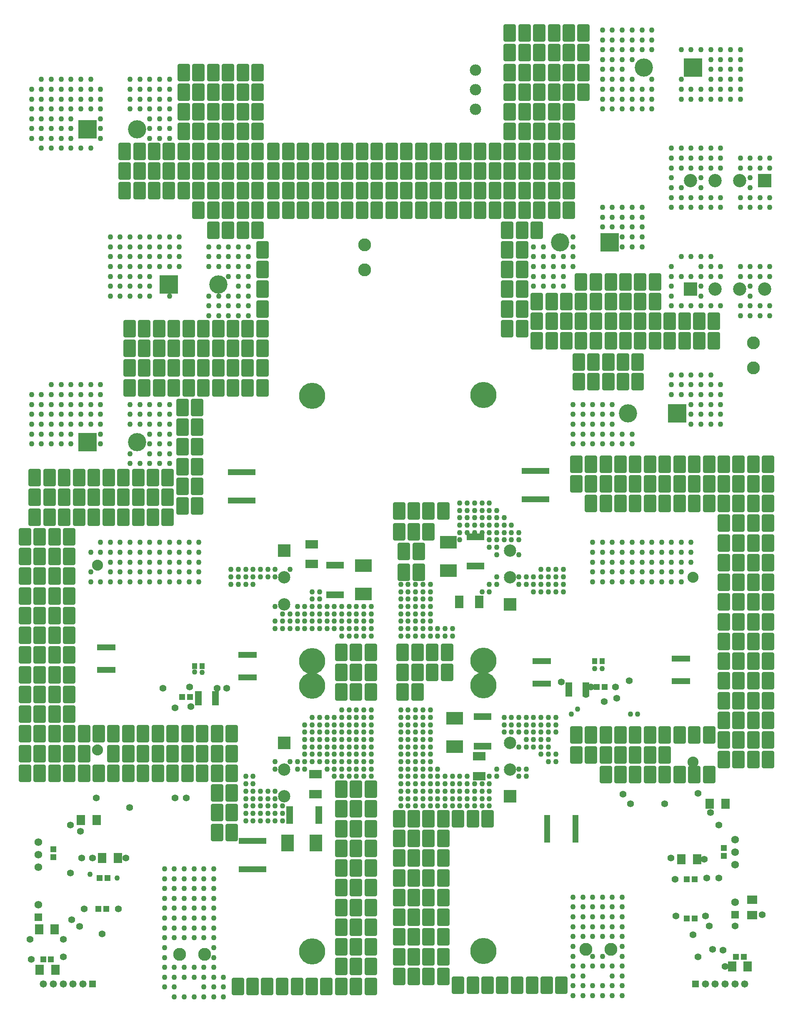
<source format=gbs>
%FSTAX23Y23*%
%MOIN*%
%SFA1B1*%

%IPPOS*%
%AMD71*
4,1,8,-0.049200,0.059100,-0.049200,-0.059100,-0.039400,-0.068900,0.039400,-0.068900,0.049200,-0.059100,0.049200,0.059100,0.039400,0.068900,-0.039400,0.068900,-0.049200,0.059100,0.0*
1,1,0.019600,-0.039400,0.059100*
1,1,0.019600,-0.039400,-0.059100*
1,1,0.019600,0.039400,-0.059100*
1,1,0.019600,0.039400,0.059100*
%
G04~CAMADD=71~8~0.0~0.0~1378.0~984.0~98.0~0.0~15~0.0~0.0~0.0~0.0~0~0.0~0.0~0.0~0.0~0~0.0~0.0~0.0~90.0~984.0~1378.0*
%ADD71D71*%
%ADD81R,0.047400X0.051300*%
%ADD82R,0.051300X0.047400*%
%ADD83R,0.053300X0.118200*%
%ADD89C,0.091000*%
%ADD91C,0.061500*%
%ADD92R,0.061500X0.061500*%
%ADD93C,0.106400*%
%ADD94R,0.106400X0.106400*%
%ADD95C,0.057900*%
%ADD96R,0.057900X0.057900*%
%ADD97R,0.098600X0.098600*%
%ADD98C,0.098600*%
%ADD99R,0.145800X0.145800*%
%ADD100C,0.145800*%
%ADD101C,0.208800*%
%ADD102C,0.088000*%
%ADD103C,0.103000*%
%ADD104C,0.043400*%
%ADD105C,0.055200*%
%ADD106R,0.132000X0.104500*%
%ADD107R,0.104500X0.132000*%
%ADD108R,0.065100X0.082800*%
%ADD109R,0.082800X0.065100*%
%ADD110R,0.067100X0.102500*%
%ADD111R,0.102500X0.067100*%
%ADD112R,0.145800X0.049300*%
%ADD113R,0.220600X0.049300*%
%ADD114R,0.049300X0.220600*%
%ADD115R,0.039500X0.049300*%
%ADD116R,0.139100X0.056400*%
%ADD117R,0.056400X0.139100*%
%LNr100.230.010.000-00_invertor-1*%
%LPD*%
G54D71*
X04537Y02421D03*
Y02263D03*
X04773D03*
X04655D03*
X04773Y02106D03*
Y02421D03*
X04655D03*
X04891D03*
Y02106D03*
X05009Y02421D03*
Y02106D03*
X05128Y02421D03*
Y02106D03*
X04891Y02263D03*
X05009D03*
X05128D03*
X05246D03*
Y02106D03*
X05364D03*
X05482D03*
X056D03*
X05246Y02421D03*
X05364D03*
X05482D03*
X056D03*
X05718Y02224D03*
X05836D03*
X05954D03*
X06072D03*
Y02381D03*
X05954D03*
X05836D03*
X05718D03*
X06072Y02539D03*
X05954D03*
X05836D03*
X05718D03*
X06072Y02696D03*
X05954D03*
X05836D03*
X05718D03*
Y03641D03*
X05836D03*
X05954D03*
X06072D03*
Y03484D03*
X05954D03*
X05836D03*
X05718D03*
X06072Y03326D03*
X05954D03*
X05836D03*
X05718D03*
Y03169D03*
X05836D03*
X05954D03*
X06072D03*
X05718Y03011D03*
X05836D03*
X05954D03*
X06072D03*
X05718Y02854D03*
X05836D03*
X05954D03*
X06072D03*
Y03799D03*
X05954D03*
X05836D03*
X05718D03*
X06072Y03956D03*
X05954D03*
X05836D03*
X05718D03*
X06072Y04114D03*
X05954D03*
X05836D03*
X05718D03*
X04655Y04271D03*
X04773D03*
X04891D03*
X05009D03*
X05128D03*
X05246D03*
X05364D03*
X05482D03*
X056D03*
X05718D03*
X05836D03*
X05954D03*
X06072D03*
X04537Y04429D03*
X04655D03*
X04773D03*
X04891D03*
X05009D03*
X05128D03*
X05246D03*
X05364D03*
X05482D03*
X056D03*
X05718D03*
X05836D03*
X05954D03*
X06072D03*
Y04586D03*
X05954D03*
X05836D03*
X05718D03*
X056D03*
X05482D03*
X05364D03*
X05246D03*
X05128D03*
X05009D03*
X04891D03*
X04773D03*
X04655D03*
X04537D03*
X05029Y05246D03*
X04911D03*
X04793D03*
X04675D03*
X04557D03*
Y05403D03*
X04675D03*
X04793D03*
X04911D03*
X05029D03*
X05639Y0557D03*
Y05728D03*
X05521Y0557D03*
Y05728D03*
X05403Y0557D03*
Y05728D03*
X05285Y0557D03*
Y05728D03*
X05167D03*
Y0557D03*
Y05885D03*
Y06043D03*
X05049Y05728D03*
Y0557D03*
Y05885D03*
Y06043D03*
X04931Y05728D03*
Y0557D03*
Y05885D03*
Y06043D03*
X04813Y05728D03*
Y0557D03*
Y05885D03*
Y06043D03*
X04694Y05728D03*
Y0557D03*
Y05885D03*
Y06043D03*
X04576D03*
Y05885D03*
X04458D03*
X04576Y0557D03*
X04458D03*
X04576Y05728D03*
X04458D03*
X0434Y05885D03*
X04222D03*
X0434Y0557D03*
X04222D03*
X0434Y05728D03*
X04222D03*
X03986Y05826D03*
X04104D03*
X03986Y05669D03*
X04104D03*
X03986Y05984D03*
X04104Y06141D03*
X03986D03*
X04104Y05984D03*
Y06299D03*
X03238Y04212D03*
X0312D03*
X03474D03*
X03356D03*
Y04045D03*
X0312D03*
X03238D03*
X03159Y03887D03*
X03277D03*
Y0372D03*
X03159D03*
X04419Y00423D03*
X04301D03*
X04183D03*
X04065D03*
X03946D03*
X03828D03*
X0371D03*
X03592D03*
X03474Y00492D03*
X03356D03*
X03238D03*
X0312D03*
X03474Y00649D03*
X03356D03*
X03238D03*
X0312D03*
X03474Y00807D03*
X03356D03*
X03238D03*
X0312D03*
X03474Y00964D03*
X03356D03*
X03238D03*
X0312D03*
X03474Y01122D03*
X03356D03*
X03238D03*
X0312D03*
X03474Y01279D03*
X03356D03*
X03238D03*
X0312D03*
X03474Y01437D03*
X03356D03*
X03238D03*
X0312D03*
X03474Y01594D03*
X03356D03*
X03238D03*
X0312D03*
Y01752D03*
X03238D03*
X03356D03*
X03474D03*
X03592D03*
X0371D03*
X03828D03*
X01948Y00413D03*
X02066D03*
X02185D03*
X0183D03*
X02657Y0057D03*
X02775D03*
X02893D03*
Y00413D03*
X02775D03*
X02657D03*
X02539D03*
X02421D03*
X02303D03*
X02657Y01043D03*
X02775D03*
X02893D03*
Y00885D03*
X02775D03*
X02657D03*
X02893Y00728D03*
X02775D03*
X02657D03*
Y01515D03*
X02775D03*
X02893D03*
Y01358D03*
X02775D03*
X02657D03*
X02893Y012D03*
X02775D03*
X02657D03*
Y01988D03*
X02775D03*
X02893D03*
Y0183D03*
X02775D03*
X02657D03*
X02893Y01673D03*
X02775D03*
X02657D03*
X03503Y0308D03*
Y02923D03*
X03385D03*
X03149Y0308D03*
X03267D03*
X03385D03*
X03267Y02923D03*
X03149D03*
X03267Y02765D03*
X03149D03*
X02657D03*
X02775D03*
X02893D03*
X02657Y02923D03*
X02775D03*
X02893D03*
Y0308D03*
X02775D03*
X02657D03*
X01781Y02431D03*
Y02273D03*
Y02116D03*
Y01958D03*
Y01801D03*
Y01643D03*
X01663D03*
Y01801D03*
Y01958D03*
Y02116D03*
Y02273D03*
Y02431D03*
X04478Y08031D03*
X04005D03*
Y07874D03*
Y07716D03*
Y07559D03*
Y07401D03*
Y07244D03*
Y07086D03*
Y06929D03*
Y06771D03*
Y06614D03*
X03986Y06456D03*
X04104D03*
X04124Y06614D03*
Y06771D03*
Y06929D03*
Y07086D03*
Y07244D03*
Y07401D03*
Y07559D03*
Y07716D03*
Y07874D03*
Y08031D03*
X04222Y06456D03*
X04242Y06614D03*
Y06771D03*
Y06929D03*
Y07086D03*
Y07244D03*
Y07401D03*
Y07559D03*
Y07716D03*
Y07874D03*
Y08031D03*
X0436Y06614D03*
Y06771D03*
Y06929D03*
Y07086D03*
Y07244D03*
Y07401D03*
Y07559D03*
Y07716D03*
Y07874D03*
Y08031D03*
X04478Y06771D03*
Y06929D03*
Y07086D03*
Y07716D03*
Y07874D03*
Y07559D03*
X04596D03*
Y07874D03*
Y07716D03*
Y08031D03*
X04478Y06614D03*
Y07244D03*
Y07401D03*
X03986Y06299D03*
X03887Y06614D03*
Y06771D03*
Y06929D03*
Y07086D03*
X03769D03*
Y06929D03*
Y06771D03*
Y06614D03*
X02942D03*
Y06771D03*
Y06929D03*
Y07086D03*
X03061D03*
Y06929D03*
Y06771D03*
Y06614D03*
X03651D03*
Y07086D03*
Y06929D03*
Y06771D03*
X03533Y07086D03*
Y06929D03*
Y06771D03*
Y06614D03*
X03415Y07086D03*
Y06929D03*
Y06771D03*
Y06614D03*
X03297Y07086D03*
Y06929D03*
Y06771D03*
Y06614D03*
X03179D03*
Y06771D03*
Y06929D03*
Y07086D03*
X02116Y06614D03*
Y06771D03*
Y06929D03*
Y07086D03*
X02234D03*
Y06929D03*
Y06771D03*
Y06614D03*
X02824D03*
Y07086D03*
Y06929D03*
Y06771D03*
X02706Y07086D03*
Y06929D03*
Y06771D03*
Y06614D03*
X02588Y07086D03*
Y06929D03*
Y06771D03*
Y06614D03*
X0247Y07086D03*
Y06929D03*
Y06771D03*
Y06614D03*
X02352D03*
Y06771D03*
Y06929D03*
Y07086D03*
X01988D03*
Y07716D03*
Y07559D03*
Y07401D03*
Y07244D03*
Y06929D03*
Y06771D03*
Y06614D03*
Y06456D03*
X0187D03*
Y06614D03*
Y06771D03*
Y06929D03*
Y07244D03*
Y07401D03*
Y07559D03*
Y07716D03*
Y07086D03*
X01633D03*
Y07716D03*
Y07559D03*
Y07401D03*
Y07244D03*
Y06929D03*
Y06771D03*
Y06614D03*
Y06456D03*
X01752D03*
Y06614D03*
Y06771D03*
Y06929D03*
Y07244D03*
Y07401D03*
Y07559D03*
Y07716D03*
Y07086D03*
X01397D03*
Y07716D03*
Y07559D03*
Y07401D03*
Y07244D03*
Y06929D03*
Y06771D03*
X01515D03*
Y06929D03*
Y07244D03*
Y07401D03*
Y07559D03*
Y07716D03*
Y07086D03*
X01279D03*
Y06929D03*
Y06771D03*
X01161D03*
Y06929D03*
Y07086D03*
X01043D03*
Y06929D03*
Y06771D03*
X00925Y07086D03*
Y06929D03*
Y06771D03*
X01515Y06614D03*
X02027Y06299D03*
Y06141D03*
Y05984D03*
Y05826D03*
Y05669D03*
Y05511D03*
Y05354D03*
Y05196D03*
X01909Y05669D03*
Y05511D03*
Y05354D03*
Y05196D03*
X01791Y05669D03*
Y05511D03*
Y05354D03*
Y05196D03*
X01673Y05669D03*
Y05511D03*
Y05354D03*
Y05196D03*
X01555Y05669D03*
Y05511D03*
Y05354D03*
Y05196D03*
X01437Y05669D03*
Y05511D03*
Y05354D03*
Y05196D03*
X01318Y05669D03*
Y05511D03*
Y05354D03*
Y05196D03*
X012Y05669D03*
Y05511D03*
Y05354D03*
Y05196D03*
X01082Y05669D03*
Y05511D03*
Y05354D03*
Y05196D03*
X00964Y05669D03*
Y05511D03*
Y05354D03*
Y05196D03*
X01505Y04566D03*
Y04724D03*
Y04881D03*
Y05039D03*
X01387D03*
Y04881D03*
Y04724D03*
Y04566D03*
Y04252D03*
Y04409D03*
X01505D03*
Y04252D03*
X01269Y04163D03*
Y0432D03*
X01151D03*
Y04163D03*
Y04478D03*
X01269D03*
X01033Y04163D03*
Y0432D03*
Y04478D03*
X00679D03*
Y0432D03*
Y04163D03*
X00915Y04478D03*
X00797D03*
Y04163D03*
Y0432D03*
X00915D03*
Y04163D03*
X00324Y04478D03*
Y0432D03*
Y04163D03*
X00561Y04478D03*
X00442D03*
Y04163D03*
Y0432D03*
X00561D03*
Y04163D03*
X00206Y04478D03*
Y0432D03*
Y04163D03*
X00246Y0369D03*
Y03848D03*
X00128D03*
Y0369D03*
Y04005D03*
X00246D03*
X00482Y03848D03*
Y0369D03*
Y04005D03*
X00364Y0369D03*
Y03848D03*
Y04005D03*
Y03533D03*
Y03376D03*
Y03218D03*
X00482Y03533D03*
Y03218D03*
Y03376D03*
X00246Y03533D03*
X00128D03*
Y03218D03*
Y03376D03*
X00246D03*
Y03218D03*
Y02273D03*
Y02431D03*
X00128D03*
Y02273D03*
Y02588D03*
X00246D03*
X00482Y02431D03*
Y02273D03*
Y02588D03*
X00364Y02273D03*
Y02431D03*
Y02588D03*
Y03061D03*
Y02903D03*
Y02746D03*
X00482Y03061D03*
Y02746D03*
Y02903D03*
X00246Y03061D03*
X00128D03*
Y02746D03*
Y02903D03*
X00246D03*
Y02746D03*
X00364Y02116D03*
X00482D03*
X00128D03*
X00246D03*
X00718D03*
X006D03*
X00954D03*
X00836D03*
Y02431D03*
Y02273D03*
X00954D03*
Y02431D03*
X006Y02273D03*
Y02431D03*
X00718D03*
X0119Y02116D03*
X01072D03*
X01427D03*
X01309D03*
Y02431D03*
Y02273D03*
X01427D03*
Y02431D03*
X01072Y02273D03*
Y02431D03*
X0119D03*
Y02273D03*
X01545Y02431D03*
Y02273D03*
Y02116D03*
G54D81*
X05878Y00649D03*
X05815D03*
X05484Y00954D03*
X05421D03*
X04765Y02805D03*
X04702D03*
X05484Y01269D03*
X05421D03*
X00273Y00629D03*
X00336D03*
X00779Y01033D03*
X00716D03*
X01385Y02726D03*
X01448D03*
X00789Y01279D03*
X00726D03*
G54D82*
X05718Y01454D03*
Y01517D03*
X00354Y01444D03*
Y01507D03*
G54D83*
X01516Y02716D03*
X01652D03*
X04615Y02785D03*
X04479D03*
G54D89*
X0373Y07734D03*
Y07578D03*
Y07422D03*
G54D91*
X05807Y01584D03*
Y01484D03*
Y01384D03*
Y01084D03*
X00236Y01565D03*
Y01465D03*
Y01365D03*
Y01065D03*
G54D92*
X05807Y00984D03*
X00236Y00965D03*
G54D93*
X05846Y0685D03*
X05649D03*
X05452D03*
X05649Y05984D03*
X05846D03*
X06043D03*
G54D94*
X06043Y0685D03*
X05452Y05984D03*
G54D95*
X00275Y00433D03*
X00354D03*
X00433D03*
X00511D03*
X0059D03*
X05886D03*
X05807D03*
X05728D03*
X05649D03*
X0557D03*
G54D96*
X00669Y00433D03*
X05492D03*
G54D97*
X04009Y03465D03*
X02202Y03894D03*
Y02359D03*
X04009Y0193D03*
G54D98*
X04009Y0368D03*
Y03894D03*
X02202Y0368D03*
Y03465D03*
Y02144D03*
Y0193D03*
X04009Y02144D03*
Y02359D03*
G54D99*
X01279Y06023D03*
X05472Y07755D03*
X04803Y06358D03*
X05344Y0499D03*
X00629Y07263D03*
Y04763D03*
G54D100*
X01673Y06023D03*
X05078Y07755D03*
X04409Y06358D03*
X0495Y0499D03*
X01023Y07263D03*
Y04763D03*
G54D101*
X03793Y02817D03*
Y00694D03*
X02423Y0069D03*
Y02814D03*
X03793Y05137D03*
Y03014D03*
X02423Y0301D03*
Y05133D03*
G54D102*
X05472Y03681D03*
Y02204D03*
X00708Y03779D03*
Y02303D03*
G54D103*
X05954Y05554D03*
Y05354D03*
X01565Y00669D03*
X01365D03*
X02844Y06138D03*
Y06338D03*
X04813Y00708D03*
X04613D03*
G54D104*
X01913Y06322D03*
Y06244D03*
Y06165D03*
Y06086D03*
Y06007D03*
Y05929D03*
Y0585D03*
Y05771D03*
X01834Y06322D03*
Y06244D03*
Y06165D03*
Y06086D03*
Y06007D03*
Y05929D03*
Y0585D03*
Y05771D03*
X01755Y06322D03*
Y06244D03*
Y06165D03*
Y06086D03*
Y05929D03*
Y0585D03*
Y05771D03*
X01677Y06322D03*
Y06244D03*
Y06165D03*
Y05929D03*
Y0585D03*
Y05771D03*
X01598Y06322D03*
Y06244D03*
Y06165D03*
Y05929D03*
Y0585D03*
Y05771D03*
X01283Y07661D03*
Y07582D03*
Y07503D03*
Y07425D03*
Y07346D03*
Y07267D03*
Y07189D03*
X01204Y07661D03*
Y07582D03*
Y07503D03*
Y07425D03*
Y07346D03*
Y07267D03*
Y07189D03*
X01126Y07661D03*
Y07582D03*
Y07503D03*
Y07425D03*
Y07346D03*
Y07267D03*
Y07189D03*
X01047Y07661D03*
Y07582D03*
Y07503D03*
Y07425D03*
X00968Y07661D03*
Y07582D03*
Y07503D03*
Y07425D03*
X01362Y06401D03*
Y06322D03*
Y06244D03*
Y06165D03*
X01283Y06401D03*
Y06322D03*
Y06244D03*
Y06165D03*
Y05929D03*
X01204Y06401D03*
Y06322D03*
Y06244D03*
Y06165D03*
X01126Y06401D03*
Y06322D03*
Y06244D03*
Y06165D03*
Y06086D03*
Y06007D03*
Y05929D03*
X01047Y06401D03*
Y06322D03*
Y06244D03*
Y06165D03*
Y06086D03*
Y06007D03*
Y05929D03*
X00968Y06401D03*
Y06322D03*
Y06244D03*
Y06165D03*
Y06086D03*
Y06007D03*
Y05929D03*
X00889Y06401D03*
Y06322D03*
Y06244D03*
Y06165D03*
Y06086D03*
Y06007D03*
Y05929D03*
X00811Y06401D03*
Y06322D03*
Y06244D03*
Y06165D03*
Y06086D03*
Y06007D03*
Y05929D03*
X00732Y07582D03*
Y07503D03*
Y07425D03*
Y07346D03*
Y07267D03*
Y07189D03*
Y0522D03*
Y05141D03*
Y05063D03*
Y04984D03*
Y04905D03*
Y04826D03*
Y04748D03*
X00653Y07661D03*
Y07582D03*
Y07503D03*
Y07425D03*
Y0711D03*
Y0522D03*
Y05141D03*
Y05063D03*
Y04984D03*
Y04905D03*
X00574Y07661D03*
Y07582D03*
Y07503D03*
Y07425D03*
Y0711D03*
Y0522D03*
Y05141D03*
Y05063D03*
Y04984D03*
Y04905D03*
X00496Y07661D03*
Y07582D03*
Y07503D03*
Y07425D03*
Y07346D03*
Y07267D03*
Y07189D03*
Y0711D03*
Y0522D03*
Y05141D03*
Y05063D03*
Y04984D03*
Y04905D03*
Y04826D03*
Y04748D03*
X00417Y07661D03*
Y07582D03*
Y07503D03*
Y07425D03*
Y07346D03*
Y07267D03*
Y07189D03*
Y0711D03*
Y0522D03*
Y05141D03*
Y05063D03*
Y04984D03*
Y04905D03*
Y04826D03*
Y04748D03*
X00338Y07661D03*
Y07582D03*
Y07503D03*
Y07425D03*
Y07346D03*
Y07267D03*
Y07189D03*
Y0711D03*
Y0522D03*
Y05141D03*
Y05063D03*
Y04984D03*
Y04905D03*
Y04826D03*
Y04748D03*
X00259Y07661D03*
Y07582D03*
Y07503D03*
Y07425D03*
Y07346D03*
Y07267D03*
Y07189D03*
Y0711D03*
Y05141D03*
Y05063D03*
Y04984D03*
Y04905D03*
Y04826D03*
Y04748D03*
X00181Y07582D03*
Y07503D03*
Y07425D03*
Y07346D03*
Y07267D03*
Y07189D03*
Y05141D03*
Y05063D03*
Y04984D03*
Y04905D03*
Y04826D03*
Y04748D03*
X00811Y03645D03*
X00968D03*
X00653Y03724D03*
X00811D03*
X00968Y03803D03*
X01126Y03724D03*
X01047D03*
X01283Y03803D03*
X00653Y03881D03*
X00732Y0396D03*
X01047Y03881D03*
X01126D03*
X01204D03*
X01362D03*
X01204Y0396D03*
X0144Y03881D03*
Y03724D03*
X01519Y0396D03*
X00968D03*
X04748Y03645D03*
X04826D03*
X04669D03*
X04748Y03724D03*
X04826D03*
X04669Y03803D03*
X04748D03*
X05141Y03645D03*
X05063D03*
X04905Y03803D03*
X05141Y03724D03*
X05063D03*
X04669Y03881D03*
X04748Y0396D03*
X04669D03*
X04905D03*
X04984Y03803D03*
X05063D03*
X0522D03*
X05063Y03881D03*
X04984Y0396D03*
X05063D03*
Y06322D03*
X0522Y0396D03*
X05299Y03724D03*
X05378Y03645D03*
X05299Y03803D03*
X05378Y03724D03*
X05299Y03881D03*
X05378Y03803D03*
X05456Y03881D03*
Y03803D03*
X05692Y04905D03*
X05614D03*
X05535Y04984D03*
X05614D03*
X05378Y0522D03*
Y05141D03*
X05456Y05063D03*
Y05141D03*
X05535Y05063D03*
X05456Y05299D03*
X05535Y05141D03*
X05692D03*
X05535Y0522D03*
X05614D03*
Y05299D03*
X04748Y0648D03*
X04826Y06559D03*
Y0648D03*
X04905Y06401D03*
Y0648D03*
X04826Y06637D03*
X04984Y06322D03*
Y06559D03*
Y06637D03*
X05063D03*
X05456D03*
X05378Y06952D03*
X05299D03*
X05456Y0711D03*
Y07031D03*
Y07582D03*
Y07503D03*
X05535Y06637D03*
Y06795D03*
X05614Y06637D03*
Y06952D03*
X05535Y07031D03*
X05614Y0711D03*
X05535Y07503D03*
X05692Y0711D03*
Y07503D03*
X05771D03*
X05535Y07582D03*
X05692Y07661D03*
X05535Y07897D03*
X05614Y07818D03*
Y07897D03*
X05692Y07818D03*
X05771Y07582D03*
Y0774D03*
X0585Y07582D03*
X05692Y07897D03*
X05771D03*
X04511Y04748D03*
Y04826D03*
X0459Y04748D03*
X04669Y04826D03*
X0459Y04984D03*
X04511Y05063D03*
X04669D03*
Y04748D03*
X04905D03*
X04826Y04905D03*
X04905Y04826D03*
X04984D03*
X04748Y05063D03*
X05378Y0585D03*
X05299Y06086D03*
X05535Y0585D03*
Y05929D03*
Y06007D03*
X04748Y07503D03*
X04826Y07425D03*
Y07503D03*
X04905Y07425D03*
X04748Y07582D03*
X04826Y07661D03*
Y0774D03*
X04748Y07818D03*
Y07897D03*
Y08055D03*
X04826D03*
X04905Y07503D03*
X04826Y07818D03*
Y07976D03*
Y07897D03*
X04905Y08055D03*
X05063Y07425D03*
X04984Y07503D03*
X05141D03*
X05535Y06165D03*
X05614D03*
X05456Y06244D03*
X05535D03*
X05378D03*
X05614D03*
X04905Y0774D03*
X04984Y07582D03*
Y07818D03*
X04905Y07897D03*
X04984D03*
Y07976D03*
X05141Y07582D03*
Y07897D03*
X05063Y07976D03*
X05141D03*
X02425Y03448D03*
X02484D03*
X02543D03*
X02425Y03566D03*
X02484D03*
X02602Y03448D03*
X02543Y03389D03*
X04685Y02952D03*
X04433Y03744D03*
Y03685D03*
Y03626D03*
Y03566D03*
X04374Y03744D03*
Y03685D03*
Y03626D03*
Y03566D03*
X04315Y03744D03*
Y03685D03*
Y03626D03*
Y03566D03*
X04255Y03744D03*
Y03685D03*
Y03626D03*
Y03566D03*
X04196Y03685D03*
Y03626D03*
Y03566D03*
X04137Y03685D03*
Y03626D03*
X04078Y03685D03*
Y03626D03*
X03901Y03685D03*
Y03626D03*
X03842D03*
Y03566D03*
X03783D03*
X04905Y01126D03*
Y01047D03*
Y00968D03*
Y00889D03*
Y00811D03*
Y00732D03*
Y00653D03*
Y00574D03*
Y00496D03*
Y00417D03*
Y00338D03*
X04826Y01126D03*
Y01047D03*
Y00968D03*
Y00889D03*
Y00811D03*
Y00574D03*
Y00496D03*
Y00417D03*
Y00338D03*
X04748Y01126D03*
Y01047D03*
Y00968D03*
Y00889D03*
Y00811D03*
Y00653D03*
Y00574D03*
Y00417D03*
Y00338D03*
X04669Y01126D03*
Y01047D03*
Y00968D03*
Y00889D03*
Y00811D03*
Y00653D03*
Y00574D03*
Y00417D03*
Y00338D03*
X0459Y01126D03*
Y01047D03*
Y00968D03*
Y00889D03*
Y00811D03*
Y00574D03*
Y00496D03*
Y00417D03*
Y00338D03*
X04511Y01126D03*
Y01047D03*
Y00968D03*
Y00889D03*
Y00811D03*
Y00732D03*
Y00653D03*
Y00574D03*
Y00496D03*
Y00417D03*
Y00338D03*
X02189Y01854D03*
Y01795D03*
Y01736D03*
X02129Y01972D03*
Y01913D03*
Y01854D03*
Y01795D03*
Y01736D03*
X0207Y01972D03*
Y01913D03*
Y01854D03*
Y01795D03*
Y01736D03*
X02011Y01972D03*
Y01913D03*
Y01854D03*
Y01795D03*
Y01736D03*
X01952Y0209D03*
Y02031D03*
Y01972D03*
Y01913D03*
Y01854D03*
Y01795D03*
Y01736D03*
X01893Y0209D03*
Y02031D03*
Y01972D03*
Y01913D03*
Y01854D03*
Y01795D03*
Y01736D03*
X03133Y01913D03*
X03192Y01854D03*
X03252D03*
X03133Y01972D03*
Y0209D03*
X03192Y01972D03*
Y01913D03*
X03133Y02326D03*
Y02444D03*
Y02385D03*
X03192Y0209D03*
Y02149D03*
X03252Y02031D03*
Y01913D03*
Y02208D03*
Y0209D03*
X03192Y02385D03*
Y02326D03*
Y02444D03*
X03252Y02326D03*
X03311Y01913D03*
Y01854D03*
X0337Y01913D03*
X03429Y01854D03*
X03252Y02149D03*
X03311Y0209D03*
Y02208D03*
X03252Y02385D03*
X0337Y02031D03*
Y01972D03*
X03429Y02149D03*
X0337Y02444D03*
X03133Y02503D03*
Y02563D03*
Y02622D03*
X03192Y02563D03*
Y02622D03*
X03133Y03212D03*
Y03271D03*
X03192Y03389D03*
Y02503D03*
X03252D03*
Y02622D03*
Y03212D03*
X03192D03*
Y0333D03*
X03252D03*
Y03271D03*
Y03389D03*
X03133Y03507D03*
Y03448D03*
Y03626D03*
Y03566D03*
X03192Y03448D03*
X03252Y03626D03*
Y03448D03*
X03311Y02563D03*
Y0333D03*
Y03271D03*
X0337Y0333D03*
X03429Y03212D03*
X0337D03*
X03252Y03507D03*
X0337Y03626D03*
X03665Y01854D03*
X03783D03*
X03488Y01913D03*
Y01972D03*
X03547Y01913D03*
X03488Y02031D03*
X03547Y01972D03*
X03488Y03212D03*
X03547Y02031D03*
Y03212D03*
X03606Y01972D03*
Y0209D03*
X03724Y02031D03*
X03488Y03271D03*
X03606Y04039D03*
Y0398D03*
X03665Y04039D03*
Y04098D03*
X03724Y04039D03*
X03665Y04216D03*
X03724Y04157D03*
X03783Y01913D03*
X03842D03*
Y02031D03*
Y01972D03*
X03783Y02031D03*
X03842Y0209D03*
X03901Y03862D03*
X03842Y0398D03*
X04078Y02149D03*
X04137Y0209D03*
X03901Y03921D03*
X0396Y0398D03*
X03783Y04098D03*
Y04039D03*
Y04216D03*
X03842D03*
Y04275D03*
X03901Y04039D03*
Y0398D03*
X0396Y04039D03*
X04078D03*
X03901Y04157D03*
Y04098D03*
X0396Y04157D03*
X04137Y02149D03*
X04078Y0209D03*
X03901Y02149D03*
Y0209D03*
X03842Y01854D03*
X03783Y01972D03*
X03724D03*
Y01913D03*
Y01854D03*
X03665Y0209D03*
Y02031D03*
Y01972D03*
Y01913D03*
X03606Y02031D03*
Y01913D03*
Y01854D03*
X03547Y0209D03*
Y01854D03*
X03488Y0209D03*
Y01854D03*
X03429Y0209D03*
Y02031D03*
Y01972D03*
Y01913D03*
X0337Y02622D03*
Y02563D03*
Y02503D03*
Y02385D03*
Y02326D03*
Y02267D03*
Y02208D03*
Y02149D03*
Y0209D03*
Y01854D03*
X03311Y02622D03*
Y02503D03*
Y02444D03*
Y02385D03*
Y02326D03*
Y02267D03*
Y02149D03*
Y02031D03*
Y01972D03*
X03252Y02563D03*
Y02444D03*
Y02267D03*
Y01972D03*
X03192Y02267D03*
Y02208D03*
Y02031D03*
X03133Y02267D03*
Y02208D03*
Y02149D03*
Y02031D03*
Y01854D03*
X03547Y03271D03*
X03429D03*
X0337Y03566D03*
Y03507D03*
Y03448D03*
Y03389D03*
Y03271D03*
X03311Y03626D03*
Y03566D03*
Y03507D03*
Y03448D03*
Y03389D03*
Y03212D03*
X03252Y03566D03*
X03192Y03626D03*
Y03566D03*
Y03507D03*
Y03271D03*
X03133Y03389D03*
Y0333D03*
X04078Y0398D03*
Y03862D03*
X04019Y04098D03*
Y04039D03*
Y0398D03*
X0396Y04098D03*
X03901Y04216D03*
X03842Y04157D03*
Y04098D03*
Y04039D03*
Y03921D03*
X03783Y04275D03*
Y04157D03*
X03724Y04275D03*
Y04216D03*
Y04098D03*
X03665Y04275D03*
Y04157D03*
X03606Y04275D03*
Y04216D03*
Y04157D03*
Y04098D03*
X01716Y00486D03*
Y00407D03*
Y00328D03*
X01637Y01352D03*
Y01273D03*
Y01194D03*
Y01116D03*
Y01037D03*
Y00958D03*
Y00879D03*
Y00801D03*
Y00722D03*
Y00643D03*
Y00565D03*
Y00486D03*
Y00407D03*
Y00328D03*
X01559Y01352D03*
Y01273D03*
Y01194D03*
Y01116D03*
Y01037D03*
Y00958D03*
Y00879D03*
Y00801D03*
Y00565D03*
Y00486D03*
Y00407D03*
Y00328D03*
X0148Y01352D03*
Y01273D03*
Y01194D03*
Y01116D03*
Y01037D03*
Y00958D03*
Y00879D03*
Y00801D03*
Y00565D03*
Y00486D03*
Y00328D03*
X01401Y01352D03*
Y01273D03*
Y01194D03*
Y01116D03*
Y01037D03*
Y00958D03*
Y00879D03*
Y00801D03*
Y00565D03*
Y00486D03*
Y00328D03*
X01322Y01352D03*
Y01273D03*
Y01194D03*
Y01116D03*
Y01037D03*
Y00958D03*
Y00879D03*
Y00801D03*
Y00565D03*
Y00486D03*
Y00407D03*
Y00328D03*
X01244Y01352D03*
Y01273D03*
Y01194D03*
Y01116D03*
Y01037D03*
Y00958D03*
Y00879D03*
Y00801D03*
Y00722D03*
Y00643D03*
Y00565D03*
Y00486D03*
Y00407D03*
X02897Y02622D03*
Y02563D03*
Y02503D03*
Y02444D03*
Y02385D03*
Y02326D03*
Y02267D03*
Y02208D03*
Y02149D03*
Y0209D03*
X02838Y02622D03*
Y02563D03*
Y02503D03*
Y02444D03*
Y02385D03*
Y02326D03*
Y02267D03*
Y02208D03*
Y02149D03*
Y0209D03*
X02779Y02622D03*
Y02563D03*
Y02503D03*
Y02444D03*
Y02385D03*
Y02326D03*
Y02267D03*
Y02208D03*
Y02149D03*
Y0209D03*
X0272Y02622D03*
Y02563D03*
Y02503D03*
Y02444D03*
Y02385D03*
Y02326D03*
Y02267D03*
Y02208D03*
Y02149D03*
Y0209D03*
X02661Y02622D03*
Y02563D03*
Y02503D03*
Y02444D03*
Y02385D03*
Y02326D03*
Y02267D03*
Y02208D03*
Y02149D03*
Y0209D03*
X02602Y02563D03*
Y02503D03*
Y02444D03*
Y02385D03*
Y02326D03*
Y02267D03*
Y02208D03*
Y02149D03*
Y0209D03*
X02543Y02563D03*
Y02503D03*
Y02444D03*
Y02385D03*
Y02326D03*
Y02267D03*
Y02208D03*
Y02149D03*
X02484Y02563D03*
Y02503D03*
Y02444D03*
Y02385D03*
Y02326D03*
Y02267D03*
Y02208D03*
X02425Y02563D03*
Y02503D03*
Y02444D03*
Y02385D03*
Y02326D03*
Y02267D03*
Y02208D03*
X02366Y02503D03*
Y02444D03*
Y02385D03*
Y02326D03*
Y02267D03*
Y02208D03*
Y02149D03*
X02307Y02208D03*
Y02149D03*
X02248Y02208D03*
X02129D03*
Y02149D03*
X00653Y03645D03*
X00732D03*
Y03881D03*
X00811Y03803D03*
Y03881D03*
Y0396D03*
X00889Y03645D03*
Y03724D03*
Y03803D03*
Y03881D03*
Y0396D03*
X00968Y03724D03*
Y03881D03*
X01047Y03645D03*
Y03803D03*
Y0396D03*
X01126Y03645D03*
Y03803D03*
Y0396D03*
X01204Y03645D03*
Y03724D03*
Y03803D03*
X01283Y03645D03*
Y03724D03*
Y03881D03*
Y0396D03*
X01362Y03645D03*
Y03724D03*
Y03803D03*
Y0396D03*
X0144Y03645D03*
Y03803D03*
Y0396D03*
X01519Y03645D03*
Y03724D03*
Y03803D03*
Y03881D03*
X04669Y03724D03*
X04748Y03881D03*
X04826Y03803D03*
Y03881D03*
Y0396D03*
X04905Y03645D03*
Y03724D03*
Y03881D03*
X04984Y03645D03*
Y03724D03*
Y03881D03*
X05141Y03803D03*
Y03881D03*
Y0396D03*
X0522Y03645D03*
Y03724D03*
Y03881D03*
X05299Y03645D03*
Y0396D03*
X05378Y03881D03*
Y0396D03*
X05456D03*
X04744Y02952D03*
X04547Y02628D03*
X04498Y02588D03*
X0497D03*
X05029D03*
X01775Y03626D03*
Y03685D03*
Y03744D03*
X01834Y03626D03*
Y03685D03*
Y03744D03*
X01893Y03626D03*
Y03685D03*
Y03744D03*
X01952Y03626D03*
Y03685D03*
Y03744D03*
X02011Y03685D03*
Y03744D03*
X0207Y03685D03*
Y03744D03*
X02129Y03685D03*
Y03744D03*
X02248D03*
X02129Y03271D03*
Y0333D03*
Y03448D03*
X02189Y03271D03*
Y0333D03*
Y03389D03*
X02248Y03271D03*
Y0333D03*
Y03389D03*
X02307Y03271D03*
Y0333D03*
Y03389D03*
Y03448D03*
X02366Y03271D03*
Y0333D03*
Y03389D03*
Y03448D03*
X02425Y03271D03*
Y0333D03*
Y03389D03*
Y03507D03*
X02484Y03271D03*
Y0333D03*
Y03389D03*
Y03507D03*
X02543Y03271D03*
Y0333D03*
X02602Y03271D03*
Y0333D03*
Y03389D03*
X02661Y03212D03*
Y03271D03*
Y0333D03*
Y03389D03*
Y03448D03*
X0272Y03212D03*
Y03271D03*
Y0333D03*
Y03389D03*
Y03448D03*
X02779Y03212D03*
Y03271D03*
Y0333D03*
Y03389D03*
Y03448D03*
X02838Y03212D03*
Y03271D03*
Y0333D03*
Y03389D03*
Y03448D03*
X02897Y03212D03*
Y03271D03*
Y0333D03*
Y03389D03*
Y03448D03*
X01485Y02924D03*
X01545Y02923D03*
X00649Y01309D03*
X00866Y01279D03*
X05378Y07503D03*
Y07582D03*
Y07661D03*
Y07897D03*
X05456D03*
X05614Y07503D03*
Y07582D03*
Y07661D03*
Y0774D03*
X05692Y07582D03*
Y0774D03*
X05771Y07661D03*
Y07818D03*
X0585Y07503D03*
Y07661D03*
Y0774D03*
Y07818D03*
Y07897D03*
X05299Y06716D03*
Y06795D03*
Y06874D03*
Y07031D03*
Y0711D03*
X05378Y06637D03*
Y06716D03*
Y06795D03*
Y07031D03*
Y0711D03*
X05456Y06716D03*
Y06952D03*
X05535Y06716D03*
Y06874D03*
Y06952D03*
Y0711D03*
X05614Y06716D03*
Y07031D03*
X05692Y06637D03*
Y06716D03*
Y06952D03*
Y07031D03*
X04748Y06559D03*
Y06637D03*
X04905Y06322D03*
Y06559D03*
Y06637D03*
X04984Y06401D03*
Y0648D03*
X05063Y06401D03*
Y0648D03*
Y06559D03*
X05299Y06637D03*
Y05141D03*
Y0522D03*
Y05299D03*
X05378D03*
X05456Y04905D03*
Y04984D03*
Y0522D03*
X05535Y04905D03*
Y05299D03*
X05614Y05063D03*
Y05141D03*
X05692Y04984D03*
Y05063D03*
Y0522D03*
X04748Y07425D03*
Y07661D03*
Y0774D03*
Y07976D03*
X04826Y07582D03*
X04905D03*
Y07661D03*
Y07818D03*
Y07976D03*
X04984Y07425D03*
Y07661D03*
Y08055D03*
X05063Y07503D03*
Y07582D03*
Y07897D03*
Y08055D03*
X05141Y07425D03*
Y07661D03*
Y08055D03*
X05299Y0585D03*
Y05929D03*
Y06007D03*
Y06165D03*
X05378Y06086D03*
X05456Y0585D03*
Y06086D03*
X05535D03*
X05614Y0585D03*
Y06086D03*
X05692Y0585D03*
Y06086D03*
Y06165D03*
X0585Y06637D03*
Y06716D03*
Y06952D03*
Y07031D03*
X05929Y06637D03*
Y06716D03*
Y06795D03*
Y06874D03*
Y06952D03*
Y07031D03*
X06007Y06637D03*
Y06716D03*
Y06952D03*
Y07031D03*
X06086Y06637D03*
Y06716D03*
Y06952D03*
Y07031D03*
X0585Y05771D03*
Y0585D03*
Y06086D03*
Y06165D03*
X05929Y05771D03*
Y0585D03*
Y05929D03*
Y06007D03*
Y06086D03*
Y06165D03*
X06007Y05771D03*
Y0585D03*
Y06086D03*
Y06165D03*
X06086Y05771D03*
Y0585D03*
Y06086D03*
Y06165D03*
X04511Y04905D03*
Y04984D03*
X0459Y04826D03*
Y04905D03*
Y05063D03*
X04669Y04905D03*
Y04984D03*
X04748Y04748D03*
Y04826D03*
Y04905D03*
Y04984D03*
X04826Y04748D03*
Y04826D03*
Y04984D03*
Y05063D03*
X04984Y04748D03*
X0396Y02444D03*
Y02503D03*
Y02563D03*
X04019Y02444D03*
Y02503D03*
Y02563D03*
X04078Y02326D03*
Y02444D03*
Y02503D03*
Y02563D03*
X04137Y02326D03*
Y02385D03*
Y02444D03*
Y02503D03*
Y02563D03*
X04196Y02326D03*
Y02385D03*
Y02444D03*
Y02503D03*
Y02563D03*
X04255Y02267D03*
Y02326D03*
Y02385D03*
Y02444D03*
Y02503D03*
Y02563D03*
X04315Y02208D03*
Y02267D03*
Y02326D03*
Y02385D03*
Y02444D03*
Y02503D03*
Y02563D03*
X04374Y02208D03*
Y02267D03*
Y02444D03*
Y02503D03*
Y02563D03*
X04196Y06007D03*
Y06086D03*
Y06165D03*
X04354Y06086D03*
X04433D03*
X04354Y06165D03*
X04275Y06244D03*
X04433D03*
X04275Y06322D03*
X04511Y06401D03*
X04196Y06244D03*
Y06322D03*
X04275Y06007D03*
Y06086D03*
Y06165D03*
X04354Y06007D03*
Y06244D03*
X04433Y06007D03*
Y06165D03*
X04511D03*
Y06244D03*
Y06322D03*
X00968Y0459D03*
Y04669D03*
Y04905D03*
Y04984D03*
Y05063D03*
X01047Y0459D03*
Y04905D03*
Y04984D03*
Y05063D03*
X01126Y0459D03*
Y04669D03*
Y04748D03*
Y04826D03*
Y04905D03*
Y04984D03*
Y05063D03*
X01204Y0459D03*
Y04669D03*
Y04748D03*
Y04826D03*
Y04905D03*
Y04984D03*
Y05063D03*
X01283Y0459D03*
Y04669D03*
Y04748D03*
Y04826D03*
Y04905D03*
Y04984D03*
Y05063D03*
G54D105*
X01742Y02795D03*
X00167Y00787D03*
X00177Y00629D03*
X04655Y02805D03*
X04852D03*
X05712Y00702D03*
X05807Y00895D03*
X06023Y00984D03*
X0558Y01279D03*
X0561Y01801D03*
X05679Y01279D03*
X05329Y01269D03*
X05295Y01437D03*
X05561Y01427D03*
X05728Y0057D03*
X05511Y00649D03*
X05334Y00974D03*
X0557D03*
X056Y00895D03*
X05472Y00826D03*
X05629Y00708D03*
X04419Y02844D03*
X04616Y02746D03*
X04911Y01948D03*
X0497Y0187D03*
X04862Y02716D03*
X04761Y02687D03*
X0496Y02854D03*
X01446Y02805D03*
X01663Y02795D03*
X0123D03*
X00492Y01702D03*
Y01318D03*
X0058Y01437D03*
X0057Y01653D03*
X05679Y01702D03*
X05511Y01954D03*
X05246Y0187D03*
X00698Y01919D03*
X00964Y0184D03*
X00669Y01437D03*
X00935D03*
X01328Y01919D03*
Y02637D03*
X01417Y01919D03*
X01456Y02647D03*
X00433Y00787D03*
Y00649D03*
X00502Y00944D03*
X00563Y00893D03*
X006Y01033D03*
X00876D03*
X00743Y00831D03*
G54D106*
X02834Y03548D03*
Y03774D03*
X03513Y03961D03*
Y03735D03*
X03563Y02554D03*
Y02327D03*
G54D107*
X02229Y01558D03*
X02455D03*
G54D108*
X00702Y01742D03*
X00576D03*
X05505Y01427D03*
X05379D03*
X05732Y0187D03*
X05606D03*
X05909Y0057D03*
X05783D03*
X0087Y01437D03*
X00744D03*
X0024Y00869D03*
X00366D03*
X00244Y00546D03*
X0037D03*
G54D109*
X05944Y01106D03*
Y0098D03*
G54D110*
X0376Y03484D03*
X03601D03*
G54D111*
X02421Y03787D03*
Y03946D03*
X03762Y02093D03*
Y02252D03*
X0245Y02107D03*
Y01947D03*
G54D112*
X00777Y03121D03*
Y02941D03*
X01909Y03062D03*
Y02882D03*
X05374Y03032D03*
Y02853D03*
X04261Y03012D03*
Y02833D03*
G54D113*
X01948Y01574D03*
Y01348D03*
X0186Y04522D03*
Y04296D03*
X04212Y04532D03*
Y04306D03*
G54D114*
X04306Y01673D03*
X04532D03*
G54D115*
X04745Y03011D03*
X04684D03*
X01546Y02972D03*
X01485D03*
G54D116*
X02608Y03778D03*
Y03543D03*
X0373Y0377D03*
Y04005D03*
X03789Y02333D03*
Y02568D03*
G54D117*
X02479Y01781D03*
X02244D03*
M02*
</source>
